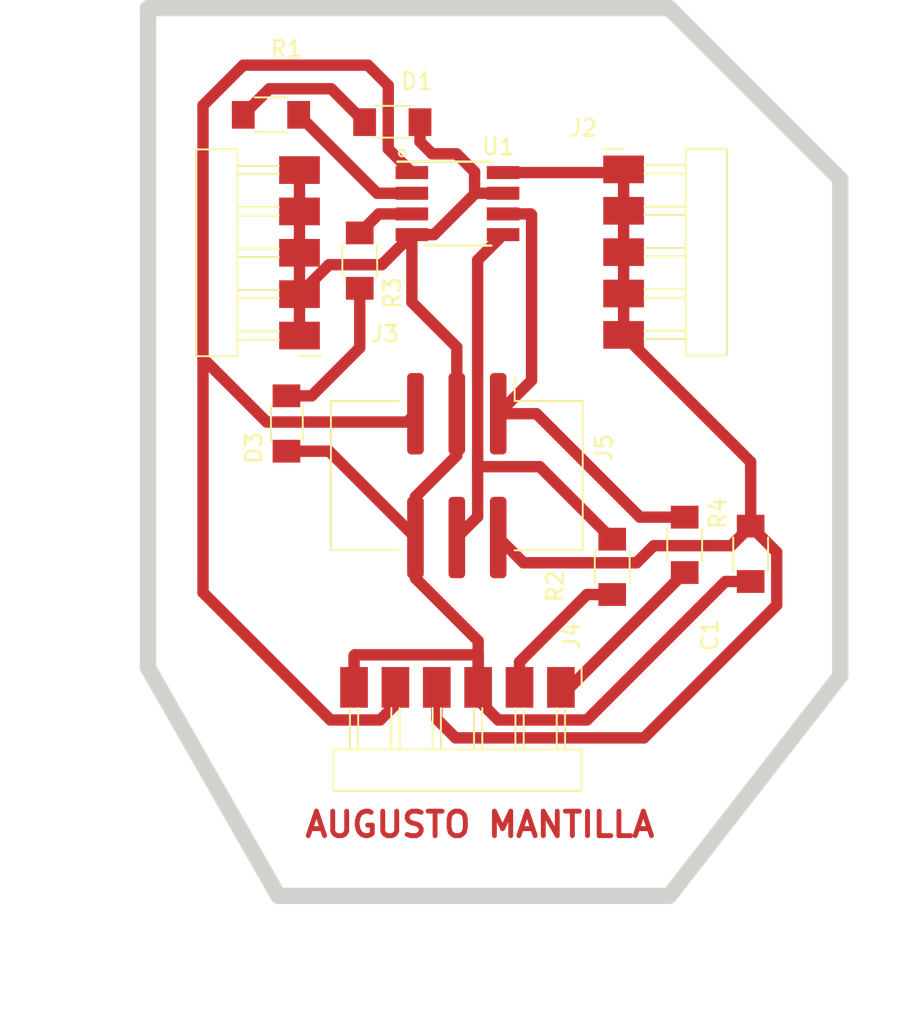
<source format=kicad_pcb>
(kicad_pcb (version 20240108) (generator "pcbnew") (generator_version "8.0")
  (layers (0 "F.Cu" signal) (31 "B.Cu" signal) (34 "B.Paste" user) (35 "F.Paste" user) (36 "B.SilkS" user "B.Silkscreen") (37 "F.SilkS" user "F.Silkscreen") (38 "B.Mask" user) (39 "F.Mask" user) (44 "Edge.Cuts" user))
  (net 0 "")
  (net 1 "PWR_GND")
  (net 2 "PWR_5V")
  (net 3 "Net-(D1-A)")
  (net 4 "Net-(D3-A)")
  (net 5 "Net-(J4-Pin_2)")
  (net 6 "Net-(J4-Pin_1)")
  (net 7 "Net-(J4-Pin_5)")
  (net 8 "Net-(J5-MOSI)")
  (net 9 "Net-(U1-XTAL1{slash}PB3)")
  (net 10 "Net-(U1-XTAL2{slash}PB4)")
  (net 11 "Net-(J5-MISO)")
  (footprint "fab:SOIC-8_3.9x4.9mm_P1.27mm" (layer "F.Cu") (at 73 101)
    (property "Reference" "U1" (at 2.5 -3.5 0) (layer "F.SilkS"))
    (property "Value" "Microcontroller_ATtiny45V-10SU")
    (fp_line (start -3.69 -2.575) (end 2.075 -2.575) (stroke (width 0.15)) (layer "F.SilkS"))
    (fp_line (start -2.075 2.575) (end 2.075 2.575) (stroke (width 0.15)) (layer "F.SilkS"))
    (fp_circle (center -3.4 -3.1) (end -3.2 -3.1) (stroke (width 0.12)) (fill none) (layer "F.SilkS"))
    (pad "1" smd rect (at -2.8 -1.905) (size 2 0.8) (layers "F.Cu" "F.Paste" "F.Mask") (net 7 "Net-(J4-Pin_5)"))
    (pad "2" smd rect (at -2.8 -0.635) (size 2 0.8) (layers "F.Cu" "F.Paste" "F.Mask") (net 9 "Net-(U1-XTAL1{slash}PB3)"))
    (pad "3" smd rect (at -2.8 0.635) (size 2 0.8) (layers "F.Cu" "F.Paste" "F.Mask") (net 10 "Net-(U1-XTAL2{slash}PB4)"))
    (pad "4" smd rect (at -2.8 1.905) (size 2 0.8) (layers "F.Cu" "F.Paste" "F.Mask") (net 1 "PWR_GND"))
    (pad "5" smd rect (at 2.8 1.905) (size 2 0.8) (layers "F.Cu" "F.Paste" "F.Mask") (net 8 "Net-(J5-MOSI)"))
    (pad "6" smd rect (at 2.8 0.635) (size 2 0.8) (layers "F.Cu" "F.Paste" "F.Mask") (net 11 "Net-(J5-MISO)"))
    (pad "7" smd rect (at 2.8 -0.635) (size 2 0.8) (layers "F.Cu" "F.Paste" "F.Mask") (net 1 "PWR_GND"))
    (pad "8" smd rect (at 2.8 -1.905) (size 2 0.8) (layers "F.Cu" "F.Paste" "F.Mask") (net 2 "PWR_5V"))
  )
  (footprint "fab:PinHeader_1x06_P2.54mm_Horizontal_SMD" (layer "F.Cu") (at 79.35 130.7 -90)
    (property "Reference" "J4" (at -2.2 -0.65 90) (layer "F.SilkS") (effects (justify left)))
    (property "Value" "Conn_PinHeader_1x06_P2.54mm_Horizontal_SMD")
    (fp_line (start 3.81 13.97) (end 3.81 -1.27) (stroke (width 0.12)) (layer "F.SilkS"))
    (fp_line (start 6.35 13.97) (end 3.81 13.97) (stroke (width 0.12)) (layer "F.SilkS"))
    (fp_line (start 3.81 12.954) (end 1.27 12.954) (stroke (width 0.12)) (layer "F.SilkS"))
    (fp_line (start 3.81 12.446) (end 1.27 12.446) (stroke (width 0.12)) (layer "F.SilkS"))
    (fp_line (start 3.81 10.414) (end 1.27 10.414) (stroke (width 0.12)) (layer "F.SilkS"))
    (fp_line (start 3.81 9.906) (end 1.27 9.906) (stroke (width 0.12)) (layer "F.SilkS"))
    (fp_line (start 3.81 7.874) (end 1.27 7.874) (stroke (width 0.12)) (layer "F.SilkS"))
    (fp_line (start 3.81 7.366) (end 1.27 7.366) (stroke (width 0.12)) (layer "F.SilkS"))
    (fp_line (start 3.81 5.334) (end 1.27 5.334) (stroke (width 0.12)) (layer "F.SilkS"))
    (fp_line (start 3.81 4.826) (end 1.27 4.826) (stroke (width 0.12)) (layer "F.SilkS"))
    (fp_line (start 3.81 2.794) (end 1.27 2.794) (stroke (width 0.12)) (layer "F.SilkS"))
    (fp_line (start 3.81 2.286) (end 1.27 2.286) (stroke (width 0.12)) (layer "F.SilkS"))
    (fp_line (start 3.81 0.254) (end 1.27 0.254) (stroke (width 0.12)) (layer "F.SilkS"))
    (fp_line (start 3.81 -0.254) (end 1.27 -0.254) (stroke (width 0.12)) (layer "F.SilkS"))
    (fp_line (start -1.27 -1.27) (end 0 -1.27) (stroke (width 0.12)) (layer "F.SilkS"))
    (fp_line (start 3.81 -1.27) (end 6.35 -1.27) (stroke (width 0.12)) (layer "F.SilkS"))
    (fp_line (start 6.35 -1.27) (end 6.35 13.97) (stroke (width 0.12)) (layer "F.SilkS"))
    (pad "1" smd rect (at 0 0 270) (size 2.5 1.7) (layers "F.Cu" "F.Paste" "F.Mask") (net 6 "Net-(J4-Pin_1)"))
    (pad "2" smd rect (at 0 2.54 270) (size 2.5 1.7) (layers "F.Cu" "F.Paste" "F.Mask") (net 5 "Net-(J4-Pin_2)"))
    (pad "3" smd rect (at 0 5.08 270) (size 2.5 1.7) (layers "F.Cu" "F.Paste" "F.Mask") (net 1 "PWR_GND"))
    (pad "4" smd rect (at 0 7.62 270) (size 2.5 1.7) (layers "F.Cu" "F.Paste" "F.Mask") (net 2 "PWR_5V"))
    (pad "5" smd rect (at 0 10.16 270) (size 2.5 1.7) (layers "F.Cu" "F.Paste" "F.Mask") (net 7 "Net-(J4-Pin_5)"))
    (pad "6" smd rect (at 0 12.7 270) (size 2.5 1.7) (layers "F.Cu" "F.Paste" "F.Mask") (net 1 "PWR_GND"))
  )
  (footprint "fab:LED_1206" (layer "F.Cu") (at 62.5 114.5 90)
    (property "Reference" "D3" (at -1.5 -2 -90) (layer "F.SilkS"))
    (property "Value" "LED_1206")
    (fp_line (start -1.1 -0.95) (end 1.1 -0.95) (stroke (width 0.12)) (layer "F.SilkS"))
    (fp_line (start -1.1 1) (end 1.1 1) (stroke (width 0.12)) (layer "F.SilkS"))
    (pad "1" smd rect (at -1.7 0 90) (size 1.4 1.7) (layers "F.Cu" "F.Paste" "F.Mask") (net 1 "PWR_GND"))
    (pad "2" smd rect (at 1.7 0 90) (size 1.4 1.7) (layers "F.Cu" "F.Paste" "F.Mask") (net 4 "Net-(D3-A)"))
  )
  (footprint "fab:C_1206" (layer "F.Cu") (at 91 122.5 90)
    (property "Reference" "C1" (at -5 -2.5 270) (layer "F.SilkS"))
    (property "Value" "C_1206")
    (fp_line (start -1 -1.07) (end 1 -1.07) (stroke (width 0.12)) (layer "F.SilkS"))
    (fp_line (start 1 1.07) (end -1 1.07) (stroke (width 0.12)) (layer "F.SilkS"))
    (pad "1" smd rect (at -1.7 0 90) (size 1.4 1.7) (layers "F.Cu" "F.Paste" "F.Mask") (net 1 "PWR_GND"))
    (pad "2" smd rect (at 1.7 0 90) (size 1.4 1.7) (layers "F.Cu" "F.Paste" "F.Mask") (net 2 "PWR_5V"))
  )
  (footprint "fab:R_1206" (layer "F.Cu") (at 61.55 95.55)
    (property "Reference" "R1" (at 0.95 -4.05 360) (layer "F.SilkS"))
    (property "Value" "R_1206")
    (fp_line (start -1 -1.07) (end 1 -1.07) (stroke (width 0.12)) (layer "F.SilkS"))
    (fp_line (start 1 1.07) (end -1 1.07) (stroke (width 0.12)) (layer "F.SilkS"))
    (pad "1" smd rect (at -1.7 0) (size 1.4 1.7) (layers "F.Cu" "F.Paste" "F.Mask") (net 3 "Net-(D1-A)"))
    (pad "2" smd rect (at 1.7 0) (size 1.4 1.7) (layers "F.Cu" "F.Paste" "F.Mask") (net 9 "Net-(U1-XTAL1{slash}PB3)"))
  )
  (footprint "fab:R_1206" (layer "F.Cu") (at 86.95 121.95 90)
    (property "Reference" "R4" (at 1.95 2.05 270) (layer "F.SilkS"))
    (property "Value" "R_1206")
    (fp_line (start -1 -1.07) (end 1 -1.07) (stroke (width 0.12)) (layer "F.SilkS"))
    (fp_line (start 1 1.07) (end -1 1.07) (stroke (width 0.12)) (layer "F.SilkS"))
    (pad "1" smd rect (at -1.7 0 90) (size 1.4 1.7) (layers "F.Cu" "F.Paste" "F.Mask") (net 6 "Net-(J4-Pin_1)"))
    (pad "2" smd rect (at 1.7 0 90) (size 1.4 1.7) (layers "F.Cu" "F.Paste" "F.Mask") (net 11 "Net-(J5-MISO)"))
  )
  (footprint "fab:R_1206" (layer "F.Cu") (at 67 104.5 90)
    (property "Reference" "R3" (at -2 2 270) (layer "F.SilkS"))
    (property "Value" "R_1206")
    (fp_line (start -1 -1.07) (end 1 -1.07) (stroke (width 0.12)) (layer "F.SilkS"))
    (fp_line (start 1 1.07) (end -1 1.07) (stroke (width 0.12)) (layer "F.SilkS"))
    (pad "1" smd rect (at -1.7 0 90) (size 1.4 1.7) (layers "F.Cu" "F.Paste" "F.Mask") (net 4 "Net-(D3-A)"))
    (pad "2" smd rect (at 1.7 0 90) (size 1.4 1.7) (layers "F.Cu" "F.Paste" "F.Mask") (net 10 "Net-(U1-XTAL2{slash}PB4)"))
  )
  (footprint "fab:R_1206" (layer "F.Cu") (at 82.5 123.3 90)
    (property "Reference" "R2" (at -1.2 -3.5 -90) (layer "F.SilkS"))
    (property "Value" "R_1206")
    (fp_line (start -1 -1.07) (end 1 -1.07) (stroke (width 0.12)) (layer "F.SilkS"))
    (fp_line (start 1 1.07) (end -1 1.07) (stroke (width 0.12)) (layer "F.SilkS"))
    (pad "1" smd rect (at -1.7 0 90) (size 1.4 1.7) (layers "F.Cu" "F.Paste" "F.Mask") (net 5 "Net-(J4-Pin_2)"))
    (pad "2" smd rect (at 1.7 0 90) (size 1.4 1.7) (layers "F.Cu" "F.Paste" "F.Mask") (net 8 "Net-(J5-MOSI)"))
  )
  (footprint "fab:LED_1206" (layer "F.Cu") (at 69 96 180)
    (property "Reference" "D1" (at -1.5 2.5 180) (layer "F.SilkS"))
    (property "Value" "LED_1206")
    (fp_line (start -1.1 1) (end 1.1 1) (stroke (width 0.12)) (layer "F.SilkS"))
    (fp_line (start -1.1 -0.95) (end 1.1 -0.95) (stroke (width 0.12)) (layer "F.SilkS"))
    (pad "1" smd rect (at -1.7 0 180) (size 1.4 1.7) (layers "F.Cu" "F.Paste" "F.Mask") (net 1 "PWR_GND"))
    (pad "2" smd rect (at 1.7 0 180) (size 1.4 1.7) (layers "F.Cu" "F.Paste" "F.Mask") (net 3 "Net-(D1-A)"))
  )
  (footprint "fab:PinHeader_1x05_P2.54mm_Horizontal_SMD" (layer "F.Cu") (at 63.3 109.1 180)
    (property "Reference" "J3" (at -6.2 0.1 180) (layer "F.SilkS") (effects (justify right)))
    (property "Value" "Conn_PinHeader_1x05_P2.54mm_Horizontal_SMD")
    (fp_line (start 6.35 11.43) (end 3.81 11.43) (stroke (width 0.12)) (layer "F.SilkS"))
    (fp_line (start 6.35 -1.27) (end 6.35 11.43) (stroke (width 0.12)) (layer "F.SilkS"))
    (fp_line (start 3.81 11.43) (end 3.81 -1.27) (stroke (width 0.12)) (layer "F.SilkS"))
    (fp_line (start 3.81 10.414) (end 1.27 10.414) (stroke (width 0.12)) (layer "F.SilkS"))
    (fp_line (start 3.81 9.906) (end 1.27 9.906) (stroke (width 0.12)) (layer "F.SilkS"))
    (fp_line (start 3.81 7.874) (end 1.27 7.874) (stroke (width 0.12)) (layer "F.SilkS"))
    (fp_line (start 3.81 7.366) (end 1.27 7.366) (stroke (width 0.12)) (layer "F.SilkS"))
    (fp_line (start 3.81 5.334) (end 1.27 5.334) (stroke (width 0.12)) (layer "F.SilkS"))
    (fp_line (start 3.81 4.826) (end 1.27 4.826) (stroke (width 0.12)) (layer "F.SilkS"))
    (fp_line (start 3.81 2.794) (end 1.27 2.794) (stroke (width 0.12)) (layer "F.SilkS"))
    (fp_line (start 3.81 2.286) (end 1.27 2.286) (stroke (width 0.12)) (layer "F.SilkS"))
    (fp_line (start 3.81 0.254) (end 1.27 0.254) (stroke (width 0.12)) (layer "F.SilkS"))
    (fp_line (start 3.81 -0.254) (end 1.27 -0.254) (stroke (width 0.12)) (layer "F.SilkS"))
    (fp_line (start 3.81 -1.27) (end 6.35 -1.27) (stroke (width 0.12)) (layer "F.SilkS"))
    (fp_line (start -1.27 -1.27) (end 0 -1.27) (stroke (width 0.12)) (layer "F.SilkS"))
    (pad "1" smd rect (at 0 0 180) (size 2.5 1.7) (layers "F.Cu" "F.Paste" "F.Mask") (net 1 "PWR_GND"))
    (pad "2" smd rect (at 0 2.54 180) (size 2.5 1.7) (layers "F.Cu" "F.Paste" "F.Mask") (net 1 "PWR_GND"))
    (pad "3" smd rect (at 0 5.08 180) (size 2.5 1.7) (layers "F.Cu" "F.Paste" "F.Mask") (net 1 "PWR_GND"))
    (pad "4" smd rect (at 0 7.62 180) (size 2.5 1.7) (layers "F.Cu" "F.Paste" "F.Mask") (net 1 "PWR_GND"))
    (pad "5" smd rect (at 0 10.16 180) (size 2.5 1.7) (layers "F.Cu" "F.Paste" "F.Mask") (net 1 "PWR_GND"))
  )
  (footprint "Connector_IDC:IDC-Header_2x03_P2.54mm_Vertical_SMD" (layer "F.Cu") (at 72.96 117.7 -90)
    (property "Reference" "J5" (at -1.7 -9.04 90) (layer "F.SilkS"))
    (property "Value" "AVR-ISP-6")
    (fp_line (start -4.585 7.73) (end 4.585 7.73) (stroke (width 0.12)) (layer "F.SilkS"))
    (fp_line (start 4.585 7.73) (end 4.585 3.55) (stroke (width 0.12)) (layer "F.SilkS"))
    (fp_line (start -4.585 3.55) (end -4.585 7.73) (stroke (width 0.12)) (layer "F.SilkS"))
    (fp_line (start -4.585 -3.55) (end -6.085 -3.55) (stroke (width 0.12)) (layer "F.SilkS"))
    (fp_line (start -4.585 -3.55) (end -4.585 -7.73) (stroke (width 0.12)) (layer "F.SilkS"))
    (fp_line (start -4.585 -7.73) (end 4.585 -7.73) (stroke (width 0.12)) (layer "F.SilkS"))
    (fp_line (start 4.585 -7.73) (end 4.585 -3.55) (stroke (width 0.12)) (layer "F.SilkS"))
    (pad "1" smd roundrect (at -3.8 -2.54 270) (size 5 1.02) (layers "F.Cu" "F.Paste" "F.Mask") (net 11 "Net-(J5-MISO)"))
    (pad "2" smd roundrect (at 3.8 -2.54 270) (size 5 1.02) (layers "F.Cu" "F.Paste" "F.Mask") (net 2 "PWR_5V"))
    (pad "3" smd roundrect (at -3.8 0 270) (size 5 1.02) (layers "F.Cu" "F.Paste" "F.Mask") (net 1 "PWR_GND"))
    (pad "4" smd roundrect (at 3.8 0 270) (size 5 1.02) (layers "F.Cu" "F.Paste" "F.Mask") (net 8 "Net-(J5-MOSI)"))
    (pad "5" smd roundrect (at -3.8 2.54 270) (size 5 1.02) (layers "F.Cu" "F.Paste" "F.Mask") (net 7 "Net-(J4-Pin_5)"))
    (pad "6" smd roundrect (at 3.8 2.54 270) (size 5 1.02) (layers "F.Cu" "F.Paste" "F.Mask") (net 1 "PWR_GND"))
  )
  (footprint "fab:PinHeader_1x05_P2.54mm_Horizontal_SMD" (layer "F.Cu") (at 83.2 98.9)
    (property "Reference" "J2" (at -1.524 -2.54 360) (layer "F.SilkS") (effects (justify right)))
    (property "Value" "Conn_PinHeader_1x05_P2.54mm_Horizontal_SMD")
    (fp_line (start -1.27 -1.27) (end 0 -1.27) (stroke (width 0.12)) (layer "F.SilkS"))
    (fp_line (start 3.81 -1.27) (end 6.35 -1.27) (stroke (width 0.12)) (layer "F.SilkS"))
    (fp_line (start 3.81 -0.254) (end 1.27 -0.254) (stroke (width 0.12)) (layer "F.SilkS"))
    (fp_line (start 3.81 0.254) (end 1.27 0.254) (stroke (width 0.12)) (layer "F.SilkS"))
    (fp_line (start 3.81 2.286) (end 1.27 2.286) (stroke (width 0.12)) (layer "F.SilkS"))
    (fp_line (start 3.81 2.794) (end 1.27 2.794) (stroke (width 0.12)) (layer "F.SilkS"))
    (fp_line (start 3.81 4.826) (end 1.27 4.826) (stroke (width 0.12)) (layer "F.SilkS"))
    (fp_line (start 3.81 5.334) (end 1.27 5.334) (stroke (width 0.12)) (layer "F.SilkS"))
    (fp_line (start 3.81 7.366) (end 1.27 7.366) (stroke (width 0.12)) (layer "F.SilkS"))
    (fp_line (start 3.81 7.874) (end 1.27 7.874) (stroke (width 0.12)) (layer "F.SilkS"))
    (fp_line (start 3.81 9.906) (end 1.27 9.906) (stroke (width 0.12)) (layer "F.SilkS"))
    (fp_line (start 3.81 10.414) (end 1.27 10.414) (stroke (width 0.12)) (layer "F.SilkS"))
    (fp_line (start 3.81 11.43) (end 3.81 -1.27) (stroke (width 0.12)) (layer "F.SilkS"))
    (fp_line (start 6.35 -1.27) (end 6.35 11.43) (stroke (width 0.12)) (layer "F.SilkS"))
    (fp_line (start 6.35 11.43) (end 3.81 11.43) (stroke (width 0.12)) (layer "F.SilkS"))
    (pad "1" smd rect (at 0 0) (size 2.5 1.7) (layers "F.Cu" "F.Paste" "F.Mask") (net 2 "PWR_5V"))
    (pad "2" smd rect (at 0 2.54) (size 2.5 1.7) (layers "F.Cu" "F.Paste" "F.Mask") (net 2 "PWR_5V"))
    (pad "3" smd rect (at 0 5.08) (size 2.5 1.7) (layers "F.Cu" "F.Paste" "F.Mask") (net 2 "PWR_5V"))
    (pad "4" smd rect (at 0 7.62) (size 2.5 1.7) (layers "F.Cu" "F.Paste" "F.Mask") (net 2 "PWR_5V"))
    (pad "5" smd rect (at 0 10.16) (size 2.5 1.7) (layers "F.Cu" "F.Paste" "F.Mask") (net 2 "PWR_5V"))
  )
  (gr_line (start 62 143.5) (end 54 129.5) (stroke (width 1)) (layer "Edge.Cuts"))
  (gr_line (start 86 143.5) (end 62 143.5) (stroke (width 1)) (layer "Edge.Cuts"))
  (gr_line (start 54 129.5) (end 54 89) (stroke (width 1)) (layer "Edge.Cuts"))
  (gr_line (start 86 143.5) (end 96.5 130) (stroke (width 1)) (layer "Edge.Cuts"))
  (gr_line (start 54 89) (end 86 89) (stroke (width 1)) (layer "Edge.Cuts"))
  (gr_line (start 96.5 99.5) (end 86 89) (stroke (width 1)) (layer "Edge.Cuts"))
  (gr_line (start 96.5 99.5) (end 96.5 130) (stroke (width 1)) (layer "Edge.Cuts"))
  (gr_text "AUGUSTO MANTILLA" (at 63.5 140 0) (layer "F.Cu") (effects (font (size 1.5 1.5) (thickness 0.3) (bold yes)) (justify left bottom)))
  (segment (start 63.3 101.48) (end 63.3 104.02) (width 0.7) (layer "F.Cu") (net 1))
  (segment (start 89.45 124.2) (end 80.95 132.7) (width 0.7) (layer "F.Cu") (net 1))
  (segment (start 63.3 106.56) (end 63.3 109.1) (width 0.7) (layer "F.Cu") (net 1))
  (segment (start 80.95 132.7) (end 75.5 132.7) (width 0.7) (layer "F.Cu") (net 1))
  (segment (start 71.56 102.905) (end 70.2 102.905) (width 0.7) (layer "F.Cu") (net 1))
  (segment (start 74.27 128.75) (end 74.27 130.7) (width 0.7) (layer "F.Cu") (net 1))
  (segment (start 70.42 121.5) (end 70.42 119.000001) (width 0.7) (layer "F.Cu") (net 1))
  (segment (start 72.96 115.46) (end 72.96 113.9) (width 0.7) (layer "F.Cu") (net 1))
  (segment (start 71.445 97.945) (end 72.945 97.945) (width 0.7) (layer "F.Cu") (net 1))
  (segment (start 74.27 127.849999) (end 70.42 123.999999) (width 0.7) (layer "F.Cu") (net 1))
  (segment (start 63.3 98.94) (end 63.3 101.48) (width 0.7) (layer "F.Cu") (net 1))
  (segment (start 75.8 100.365) (end 74.1 100.365) (width 0.7) (layer "F.Cu") (net 1))
  (segment (start 68.355 104.75) (end 70.2 102.905) (width 0.7) (layer "F.Cu") (net 1))
  (segment (start 72.945 97.945) (end 74.05 99.05) (width 0.7) (layer "F.Cu") (net 1))
  (segment (start 74.27 130.7) (end 74.27 127.849999) (width 0.7) (layer "F.Cu") (net 1))
  (segment (start 70.2 107.055634) (end 72.96 109.815634) (width 0.7) (layer "F.Cu") (net 1))
  (segment (start 65.12 116.2) (end 70.42 121.5) (width 0.7) (layer "F.Cu") (net 1))
  (segment (start 63.3 104.02) (end 63.3 106.56) (width 0.7) (layer "F.Cu") (net 1))
  (segment (start 74.1 100.365) (end 71.56 102.905) (width 0.7) (layer "F.Cu") (net 1))
  (segment (start 70.42 123.999999) (end 70.42 121.5) (width 0.7) (layer "F.Cu") (net 1))
  (segment (start 66.65 128.75) (end 66.7 128.7) (width 0.7) (layer "F.Cu") (net 1))
  (segment (start 66.7 128.7) (end 74.22 128.7) (width 0.7) (layer "F.Cu") (net 1))
  (segment (start 66.65 130.7) (end 66.65 128.75) (width 0.7) (layer "F.Cu") (net 1))
  (segment (start 72.96 116.460001) (end 72.96 113.9) (width 0.7) (layer "F.Cu") (net 1))
  (segment (start 75.5 132.7) (end 74.27 131.47) (width 0.7) (layer "F.Cu") (net 1))
  (segment (start 74.05 99.05) (end 74.05 100.315) (width 0.7) (layer "F.Cu") (net 1))
  (segment (start 74.22 128.7) (end 74.27 128.75) (width 0.7) (layer "F.Cu") (net 1))
  (segment (start 70.42 119.000001) (end 72.96 116.460001) (width 0.7) (layer "F.Cu") (net 1))
  (segment (start 74.05 100.315) (end 74.1 100.365) (width 0.7) (layer "F.Cu") (net 1))
  (segment (start 74.27 131.47) (end 74.27 130.7) (width 0.7) (layer "F.Cu") (net 1))
  (segment (start 70.7 97.2) (end 71.445 97.945) (width 0.7) (layer "F.Cu") (net 1))
  (segment (start 70.7 96) (end 70.7 97.2) (width 0.7) (layer "F.Cu") (net 1))
  (segment (start 70.2 102.905) (end 70.2 107.055634) (width 0.7) (layer "F.Cu") (net 1))
  (segment (start 72.96 109.815634) (end 72.96 113.9) (width 0.7) (layer "F.Cu") (net 1))
  (segment (start 62.5 116.2) (end 65.12 116.2) (width 0.7) (layer "F.Cu") (net 1))
  (segment (start 63.3 106.56) (end 65.11 104.75) (width 0.7) (layer "F.Cu") (net 1))
  (segment (start 62.5 116.2) (end 62.35 116.2) (width 0.7) (layer "F.Cu") (net 1))
  (segment (start 91 124.2) (end 89.45 124.2) (width 0.7) (layer "F.Cu") (net 1))
  (segment (start 65.11 104.75) (end 68.355 104.75) (width 0.7) (layer "F.Cu") (net 1))
  (segment (start 89.8 122) (end 91 120.8) (width 0.7) (layer "F.Cu") (net 2))
  (segment (start 92.6 122.4) (end 91 120.8) (width 0.7) (layer "F.Cu") (net 2))
  (segment (start 92.6 125.65) (end 92.6 122.4) (width 0.7) (layer "F.Cu") (net 2))
  (segment (start 83.2 106.52) (end 83.2 109.06) (width 0.7) (layer "F.Cu") (net 2))
  (segment (start 84.45 133.8) (end 92.6 125.65) (width 0.7) (layer "F.Cu") (net 2))
  (segment (start 85.05 122) (end 89.8 122) (width 0.7) (layer "F.Cu") (net 2))
  (segment (start 72.88 133.8) (end 84.45 133.8) (width 0.7) (layer "F.Cu") (net 2))
  (segment (start 83.2 103.98) (end 83.2 106.52) (width 0.7) (layer "F.Cu") (net 2))
  (segment (start 83.005 99.095) (end 83.2 98.9) (width 0.7) (layer "F.Cu") (net 2))
  (segment (start 91 116.86) (end 83.2 109.06) (width 0.7) (layer "F.Cu") (net 2))
  (segment (start 83.2 101.44) (end 83.2 103.98) (width 0.7) (layer "F.Cu") (net 2))
  (segment (start 75.8 99.095) (end 83.005 99.095) (width 0.7) (layer "F.Cu") (net 2))
  (segment (start 77.05 123.05) (end 84 123.05) (width 0.7) (layer "F.Cu") (net 2))
  (segment (start 91 120.8) (end 91 116.86) (width 0.7) (layer "F.Cu") (net 2))
  (segment (start 75.5 121.5) (end 77.05 123.05) (width 0.7) (layer "F.Cu") (net 2))
  (segment (start 71.73 130.7) (end 71.73 132.65) (width 0.7) (layer "F.Cu") (net 2))
  (segment (start 84 123.05) (end 85.05 122) (width 0.7) (layer "F.Cu") (net 2))
  (segment (start 71.73 132.65) (end 72.88 133.8) (width 0.7) (layer "F.Cu") (net 2))
  (segment (start 83.2 98.9) (end 83.2 101.44) (width 0.7) (layer "F.Cu") (net 2))
  (segment (start 65.25 93.95) (end 61.45 93.95) (width 0.7) (layer "F.Cu") (net 3))
  (segment (start 61.45 93.95) (end 59.85 95.55) (width 0.7) (layer "F.Cu") (net 3))
  (segment (start 67.3 96) (end 65.25 93.95) (width 0.7) (layer "F.Cu") (net 3))
  (segment (start 62.5 112.8) (end 64.05 112.8) (width 0.7) (layer "F.Cu") (net 4))
  (segment (start 64.05 112.8) (end 67 109.85) (width 0.7) (layer "F.Cu") (net 4))
  (segment (start 67 109.85) (end 67 106.2) (width 0.7) (layer "F.Cu") (net 4))
  (segment (start 82.5 125) (end 80.95 125) (width 0.7) (layer "F.Cu") (net 5))
  (segment (start 80.95 125) (end 76.81 129.14) (width 0.7) (layer "F.Cu") (net 5))
  (segment (start 76.81 129.14) (end 76.81 130.7) (width 0.7) (layer "F.Cu") (net 5))
  (segment (start 86.95 123.65) (end 79.9 130.7) (width 0.7) (layer "F.Cu") (net 6))
  (segment (start 79.9 130.7) (end 79.35 130.7) (width 0.7) (layer "F.Cu") (net 6))
  (segment (start 68.75 97.645) (end 70.2 99.095) (width 0.7) (layer "F.Cu") (net 7))
  (segment (start 57.375 124.875) (end 57.375 110.5) (width 0.7) (layer "F.Cu") (net 7))
  (segment (start 57.375 110.5) (end 57.375 94.975) (width 0.7) (layer "F.Cu") (net 7))
  (segment (start 59.85 92.5) (end 67.5 92.5) (width 0.7) (layer "F.Cu") (net 7))
  (segment (start 70.42 113.9) (end 69.910001 114.409999) (width 0.7) (layer "F.Cu") (net 7))
  (segment (start 61.284999 114.409999) (end 57.375 110.5) (width 0.7) (layer "F.Cu") (net 7))
  (segment (start 57.375 94.975) (end 59.85 92.5) (width 0.7) (layer "F.Cu") (net 7))
  (segment (start 68.25 132.7) (end 65.2 132.7) (width 0.7) (layer "F.Cu") (net 7))
  (segment (start 69.910001 114.409999) (end 61.284999 114.409999) (width 0.7) (layer "F.Cu") (net 7))
  (segment (start 65.2 132.7) (end 57.375 124.875) (width 0.7) (layer "F.Cu") (net 7))
  (segment (start 69.19 131.76) (end 68.25 132.7) (width 0.7) (layer "F.Cu") (net 7))
  (segment (start 69.19 130.7) (end 69.19 131.76) (width 0.7) (layer "F.Cu") (net 7))
  (segment (start 68.75 93.75) (end 68.75 97.645) (width 0.7) (layer "F.Cu") (net 7))
  (segment (start 67.5 92.5) (end 68.75 93.75) (width 0.7) (layer "F.Cu") (net 7))
  (segment (start 74.24 117) (end 74.39 117.15) (width 0.7) (layer "F.Cu") (net 8))
  (segment (start 74.24 104.465) (end 74.24 117) (width 0.7) (layer "F.Cu") (net 8))
  (segment (start 74.39 117.15) (end 78.05 117.15) (width 0.7) (layer "F.Cu") (net 8))
  (segment (start 74.24 120.22) (end 72.96 121.5) (width 0.7) (layer "F.Cu") (net 8))
  (segment (start 74.24 117) (end 74.24 120.22) (width 0.7) (layer "F.Cu") (net 8))
  (segment (start 75.8 102.905) (end 74.24 104.465) (width 0.7) (layer "F.Cu") (net 8))
  (segment (start 78.05 117.15) (end 82.5 121.6) (width 0.7) (layer "F.Cu") (net 8))
  (segment (start 63.25 95.55) (end 68.065 100.365) (width 0.7) (layer "F.Cu") (net 9))
  (segment (start 68.065 100.365) (end 70.2 100.365) (width 0.7) (layer "F.Cu") (net 9))
  (segment (start 68.165 101.635) (end 70.2 101.635) (width 0.7) (layer "F.Cu") (net 10))
  (segment (start 67 102.8) (end 68.165 101.635) (width 0.7) (layer "F.Cu") (net 10))
  (segment (start 77.55 111.85) (end 77.55 101.685) (width 0.7) (layer "F.Cu") (net 11))
  (segment (start 86.95 120.25) (end 84.2 120.25) (width 0.7) (layer "F.Cu") (net 11))
  (segment (start 77.5 101.635) (end 75.8 101.635) (width 0.7) (layer "F.Cu") (net 11))
  (segment (start 77.55 101.685) (end 77.5 101.635) (width 0.7) (layer "F.Cu") (net 11))
  (segment (start 75.5 113.9) (end 77.85 113.9) (width 0.7) (layer "F.Cu") (net 11))
  (segment (start 84.2 120.25) (end 77.85 113.9) (width 0.7) (layer "F.Cu") (net 11))
  (segment (start 75.5 113.9) (end 77.55 111.85) (width 0.7) (layer "F.Cu") (net 11))
)
</source>
